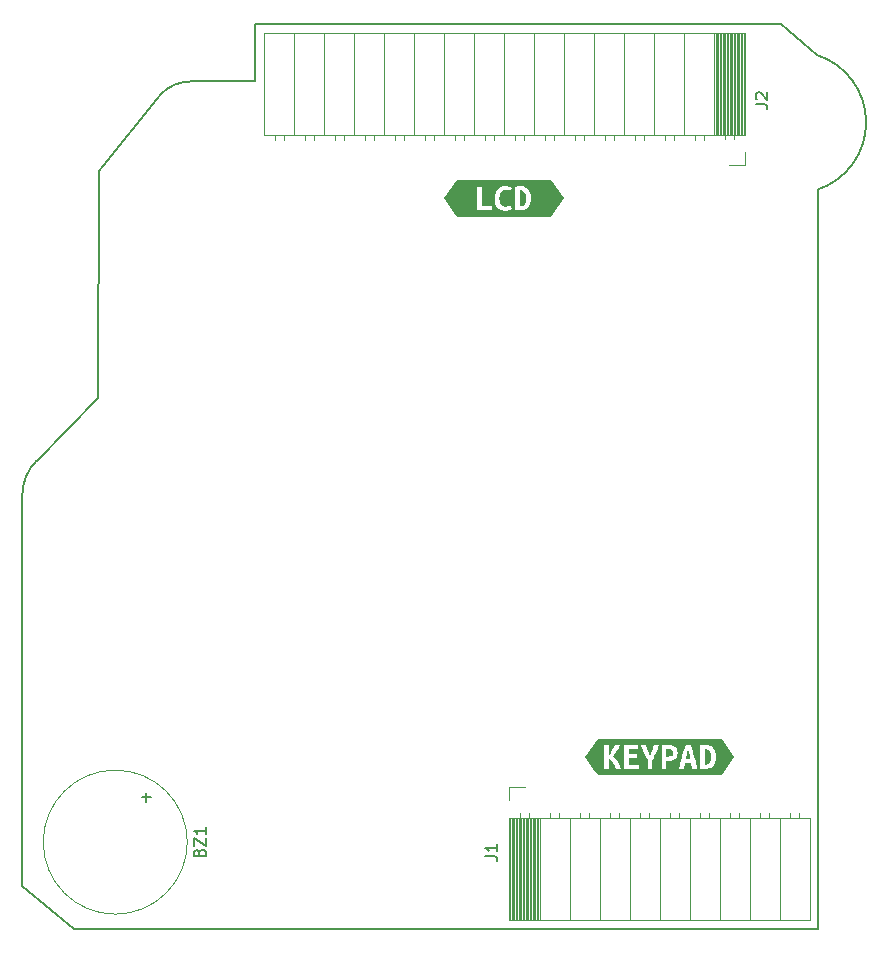
<source format=gbr>
G04 #@! TF.GenerationSoftware,KiCad,Pcbnew,8.0.8+1*
G04 #@! TF.ProjectId,airsoft_bomb_v2,61697273-6f66-4745-9f62-6f6d625f7632,rev?*
G04 #@! TF.SameCoordinates,Original*
G04 #@! TF.FileFunction,Legend,Top*
G04 #@! TF.FilePolarity,Positive*
%FSLAX46Y46*%
G04 Gerber Fmt 4.6, Leading zero omitted, Abs format (unit mm)*
%MOMM*%
%LPD*%
G01*
G04 APERTURE LIST*
G04 #@! TA.AperFunction,Profile*
%ADD10C,0.200000*%
G04 #@! TD*
%ADD11C,0.150000*%
%ADD12C,0.120000*%
%ADD13C,0.000000*%
%ADD14R,1.700000X1.700000*%
%ADD15O,1.700000X1.700000*%
%ADD16R,2.000000X2.000000*%
%ADD17C,2.000000*%
%ADD18C,3.200000*%
%ADD19C,1.600000*%
%ADD20O,1.600000X1.600000*%
%ADD21O,2.108200X4.108200*%
%ADD22C,1.440000*%
%ADD23O,3.600000X1.800000*%
G04 APERTURE END LIST*
D10*
X178890534Y-60866736D02*
X175878500Y-58216800D01*
X116027200Y-134823200D02*
X111607600Y-131216400D01*
X131300000Y-58216800D02*
X131300000Y-63100000D01*
X178890534Y-60866736D02*
G75*
G02*
X178943000Y-72262999I-1827134J-5706664D01*
G01*
X111607601Y-98145600D02*
G75*
G02*
X112827677Y-95200077I4165599J0D01*
G01*
X175878500Y-58216800D02*
X131300000Y-58216800D01*
X118059200Y-89916000D02*
X118100000Y-70700000D01*
X116027200Y-134823200D02*
X178943000Y-134874000D01*
X178943000Y-134874000D02*
X178943000Y-72263000D01*
X123354416Y-64154416D02*
G75*
G02*
X125900000Y-63100001I2545584J-2545584D01*
G01*
X112827676Y-95200076D02*
X118059200Y-89916000D01*
X123354416Y-64154416D02*
X118100000Y-70700000D01*
X131300000Y-63100000D02*
X125900000Y-63100000D01*
X111607600Y-131216400D02*
X111607600Y-98145600D01*
D11*
X150824819Y-128688333D02*
X151539104Y-128688333D01*
X151539104Y-128688333D02*
X151681961Y-128735952D01*
X151681961Y-128735952D02*
X151777200Y-128831190D01*
X151777200Y-128831190D02*
X151824819Y-128974047D01*
X151824819Y-128974047D02*
X151824819Y-129069285D01*
X151824819Y-127688333D02*
X151824819Y-128259761D01*
X151824819Y-127974047D02*
X150824819Y-127974047D01*
X150824819Y-127974047D02*
X150967676Y-128069285D01*
X150967676Y-128069285D02*
X151062914Y-128164523D01*
X151062914Y-128164523D02*
X151110533Y-128259761D01*
X126612609Y-128388952D02*
X126660228Y-128246095D01*
X126660228Y-128246095D02*
X126707847Y-128198476D01*
X126707847Y-128198476D02*
X126803085Y-128150857D01*
X126803085Y-128150857D02*
X126945942Y-128150857D01*
X126945942Y-128150857D02*
X127041180Y-128198476D01*
X127041180Y-128198476D02*
X127088800Y-128246095D01*
X127088800Y-128246095D02*
X127136419Y-128341333D01*
X127136419Y-128341333D02*
X127136419Y-128722285D01*
X127136419Y-128722285D02*
X126136419Y-128722285D01*
X126136419Y-128722285D02*
X126136419Y-128388952D01*
X126136419Y-128388952D02*
X126184038Y-128293714D01*
X126184038Y-128293714D02*
X126231657Y-128246095D01*
X126231657Y-128246095D02*
X126326895Y-128198476D01*
X126326895Y-128198476D02*
X126422133Y-128198476D01*
X126422133Y-128198476D02*
X126517371Y-128246095D01*
X126517371Y-128246095D02*
X126564990Y-128293714D01*
X126564990Y-128293714D02*
X126612609Y-128388952D01*
X126612609Y-128388952D02*
X126612609Y-128722285D01*
X126136419Y-127817523D02*
X126136419Y-127150857D01*
X126136419Y-127150857D02*
X127136419Y-127817523D01*
X127136419Y-127817523D02*
X127136419Y-127150857D01*
X127136419Y-126246095D02*
X127136419Y-126817523D01*
X127136419Y-126531809D02*
X126136419Y-126531809D01*
X126136419Y-126531809D02*
X126279276Y-126627047D01*
X126279276Y-126627047D02*
X126374514Y-126722285D01*
X126374514Y-126722285D02*
X126422133Y-126817523D01*
X122095466Y-124078951D02*
X122095466Y-123317047D01*
X122476419Y-123697999D02*
X121714514Y-123697999D01*
X173694819Y-65028333D02*
X174409104Y-65028333D01*
X174409104Y-65028333D02*
X174551961Y-65075952D01*
X174551961Y-65075952D02*
X174647200Y-65171190D01*
X174647200Y-65171190D02*
X174694819Y-65314047D01*
X174694819Y-65314047D02*
X174694819Y-65409285D01*
X173790057Y-64599761D02*
X173742438Y-64552142D01*
X173742438Y-64552142D02*
X173694819Y-64456904D01*
X173694819Y-64456904D02*
X173694819Y-64218809D01*
X173694819Y-64218809D02*
X173742438Y-64123571D01*
X173742438Y-64123571D02*
X173790057Y-64075952D01*
X173790057Y-64075952D02*
X173885295Y-64028333D01*
X173885295Y-64028333D02*
X173980533Y-64028333D01*
X173980533Y-64028333D02*
X174123390Y-64075952D01*
X174123390Y-64075952D02*
X174694819Y-64647380D01*
X174694819Y-64647380D02*
X174694819Y-64028333D01*
D12*
X152810000Y-122865000D02*
X154140000Y-122865000D01*
X152810000Y-123975000D02*
X152810000Y-122865000D01*
X152810000Y-125435000D02*
X178330000Y-125435000D01*
X152810000Y-134065000D02*
X152810000Y-125435000D01*
X152810000Y-134065000D02*
X178330000Y-134065000D01*
X152930000Y-134065000D02*
X152930000Y-125435000D01*
X153048095Y-134065000D02*
X153048095Y-125435000D01*
X153166190Y-134065000D02*
X153166190Y-125435000D01*
X153284285Y-134065000D02*
X153284285Y-125435000D01*
X153402380Y-134065000D02*
X153402380Y-125435000D01*
X153520475Y-134065000D02*
X153520475Y-125435000D01*
X153638570Y-134065000D02*
X153638570Y-125435000D01*
X153756665Y-134065000D02*
X153756665Y-125435000D01*
X153780000Y-125435000D02*
X153780000Y-125085000D01*
X153874760Y-134065000D02*
X153874760Y-125435000D01*
X153992855Y-134065000D02*
X153992855Y-125435000D01*
X154110950Y-134065000D02*
X154110950Y-125435000D01*
X154229045Y-134065000D02*
X154229045Y-125435000D01*
X154347140Y-134065000D02*
X154347140Y-125435000D01*
X154465235Y-134065000D02*
X154465235Y-125435000D01*
X154500000Y-125435000D02*
X154500000Y-125085000D01*
X154583330Y-134065000D02*
X154583330Y-125435000D01*
X154701425Y-134065000D02*
X154701425Y-125435000D01*
X154819520Y-134065000D02*
X154819520Y-125435000D01*
X154937615Y-134065000D02*
X154937615Y-125435000D01*
X155055710Y-134065000D02*
X155055710Y-125435000D01*
X155173805Y-134065000D02*
X155173805Y-125435000D01*
X155291900Y-134065000D02*
X155291900Y-125435000D01*
X155410000Y-134065000D02*
X155410000Y-125435000D01*
X156320000Y-125435000D02*
X156320000Y-125025000D01*
X157040000Y-125435000D02*
X157040000Y-125025000D01*
X157950000Y-134065000D02*
X157950000Y-125435000D01*
X158860000Y-125435000D02*
X158860000Y-125025000D01*
X159580000Y-125435000D02*
X159580000Y-125025000D01*
X160490000Y-134065000D02*
X160490000Y-125435000D01*
X161400000Y-125435000D02*
X161400000Y-125025000D01*
X162120000Y-125435000D02*
X162120000Y-125025000D01*
X163030000Y-134065000D02*
X163030000Y-125435000D01*
X163940000Y-125435000D02*
X163940000Y-125025000D01*
X164660000Y-125435000D02*
X164660000Y-125025000D01*
X165570000Y-134065000D02*
X165570000Y-125435000D01*
X166480000Y-125435000D02*
X166480000Y-125025000D01*
X167200000Y-125435000D02*
X167200000Y-125025000D01*
X168110000Y-134065000D02*
X168110000Y-125435000D01*
X169020000Y-125435000D02*
X169020000Y-125025000D01*
X169740000Y-125435000D02*
X169740000Y-125025000D01*
X170650000Y-134065000D02*
X170650000Y-125435000D01*
X171560000Y-125435000D02*
X171560000Y-125025000D01*
X172280000Y-125435000D02*
X172280000Y-125025000D01*
X173190000Y-134065000D02*
X173190000Y-125435000D01*
X174100000Y-125435000D02*
X174100000Y-125025000D01*
X174820000Y-125435000D02*
X174820000Y-125025000D01*
X175730000Y-134065000D02*
X175730000Y-125435000D01*
X176640000Y-125435000D02*
X176640000Y-125025000D01*
X177360000Y-125435000D02*
X177360000Y-125025000D01*
X178330000Y-134065000D02*
X178330000Y-125435000D01*
X125581600Y-127508000D02*
G75*
G02*
X113381600Y-127508000I-6100000J0D01*
G01*
X113381600Y-127508000D02*
G75*
G02*
X125581600Y-127508000I6100000J0D01*
G01*
X132040000Y-58985000D02*
X132040000Y-67615000D01*
X133010000Y-67615000D02*
X133010000Y-68025000D01*
X133730000Y-67615000D02*
X133730000Y-68025000D01*
X134640000Y-58985000D02*
X134640000Y-67615000D01*
X135550000Y-67615000D02*
X135550000Y-68025000D01*
X136270000Y-67615000D02*
X136270000Y-68025000D01*
X137180000Y-58985000D02*
X137180000Y-67615000D01*
X138090000Y-67615000D02*
X138090000Y-68025000D01*
X138810000Y-67615000D02*
X138810000Y-68025000D01*
X139720000Y-58985000D02*
X139720000Y-67615000D01*
X140630000Y-67615000D02*
X140630000Y-68025000D01*
X141350000Y-67615000D02*
X141350000Y-68025000D01*
X142260000Y-58985000D02*
X142260000Y-67615000D01*
X143170000Y-67615000D02*
X143170000Y-68025000D01*
X143890000Y-67615000D02*
X143890000Y-68025000D01*
X144800000Y-58985000D02*
X144800000Y-67615000D01*
X145710000Y-67615000D02*
X145710000Y-68025000D01*
X146430000Y-67615000D02*
X146430000Y-68025000D01*
X147340000Y-58985000D02*
X147340000Y-67615000D01*
X148250000Y-67615000D02*
X148250000Y-68025000D01*
X148970000Y-67615000D02*
X148970000Y-68025000D01*
X149880000Y-58985000D02*
X149880000Y-67615000D01*
X150790000Y-67615000D02*
X150790000Y-68025000D01*
X151510000Y-67615000D02*
X151510000Y-68025000D01*
X152420000Y-58985000D02*
X152420000Y-67615000D01*
X153330000Y-67615000D02*
X153330000Y-68025000D01*
X154050000Y-67615000D02*
X154050000Y-68025000D01*
X154960000Y-58985000D02*
X154960000Y-67615000D01*
X155870000Y-67615000D02*
X155870000Y-68025000D01*
X156590000Y-67615000D02*
X156590000Y-68025000D01*
X157500000Y-58985000D02*
X157500000Y-67615000D01*
X158410000Y-67615000D02*
X158410000Y-68025000D01*
X159130000Y-67615000D02*
X159130000Y-68025000D01*
X160040000Y-58985000D02*
X160040000Y-67615000D01*
X160950000Y-67615000D02*
X160950000Y-68025000D01*
X161670000Y-67615000D02*
X161670000Y-68025000D01*
X162580000Y-58985000D02*
X162580000Y-67615000D01*
X163490000Y-67615000D02*
X163490000Y-68025000D01*
X164210000Y-67615000D02*
X164210000Y-68025000D01*
X165120000Y-58985000D02*
X165120000Y-67615000D01*
X166030000Y-67615000D02*
X166030000Y-68025000D01*
X166750000Y-67615000D02*
X166750000Y-68025000D01*
X167660000Y-58985000D02*
X167660000Y-67615000D01*
X168570000Y-67615000D02*
X168570000Y-68025000D01*
X169290000Y-67615000D02*
X169290000Y-68025000D01*
X170200000Y-58985000D02*
X170200000Y-67615000D01*
X170318100Y-58985000D02*
X170318100Y-67615000D01*
X170436195Y-58985000D02*
X170436195Y-67615000D01*
X170554290Y-58985000D02*
X170554290Y-67615000D01*
X170672385Y-58985000D02*
X170672385Y-67615000D01*
X170790480Y-58985000D02*
X170790480Y-67615000D01*
X170908575Y-58985000D02*
X170908575Y-67615000D01*
X171026670Y-58985000D02*
X171026670Y-67615000D01*
X171110000Y-67615000D02*
X171110000Y-67965000D01*
X171144765Y-58985000D02*
X171144765Y-67615000D01*
X171262860Y-58985000D02*
X171262860Y-67615000D01*
X171380955Y-58985000D02*
X171380955Y-67615000D01*
X171499050Y-58985000D02*
X171499050Y-67615000D01*
X171617145Y-58985000D02*
X171617145Y-67615000D01*
X171735240Y-58985000D02*
X171735240Y-67615000D01*
X171830000Y-67615000D02*
X171830000Y-67965000D01*
X171853335Y-58985000D02*
X171853335Y-67615000D01*
X171971430Y-58985000D02*
X171971430Y-67615000D01*
X172089525Y-58985000D02*
X172089525Y-67615000D01*
X172207620Y-58985000D02*
X172207620Y-67615000D01*
X172325715Y-58985000D02*
X172325715Y-67615000D01*
X172443810Y-58985000D02*
X172443810Y-67615000D01*
X172561905Y-58985000D02*
X172561905Y-67615000D01*
X172680000Y-58985000D02*
X172680000Y-67615000D01*
X172800000Y-58985000D02*
X132040000Y-58985000D01*
X172800000Y-58985000D02*
X172800000Y-67615000D01*
X172800000Y-67615000D02*
X132040000Y-67615000D01*
X172800000Y-69075000D02*
X172800000Y-70185000D01*
X172800000Y-70185000D02*
X171470000Y-70185000D01*
D13*
G36*
X154041357Y-72381260D02*
G01*
X154173829Y-72531502D01*
X154241680Y-72747981D01*
X154261066Y-73000000D01*
X154255008Y-73142569D01*
X154236834Y-73273021D01*
X154156058Y-73487884D01*
X154007431Y-73630048D01*
X153779645Y-73681745D01*
X153744103Y-73681745D01*
X153708562Y-73678514D01*
X153708562Y-72334410D01*
X153766721Y-72326333D01*
X153824879Y-72324717D01*
X154041357Y-72381260D01*
G37*
G36*
X157454748Y-73000000D02*
G01*
X156400000Y-74582122D01*
X155861497Y-74582122D01*
X153737641Y-74582122D01*
X152477544Y-74582122D01*
X151391922Y-74582122D01*
X148938503Y-74582122D01*
X148400000Y-74582122D01*
X148012996Y-74001616D01*
X150135057Y-74001616D01*
X151391922Y-74001616D01*
X151391922Y-73672052D01*
X150535703Y-73672052D01*
X150535703Y-73000000D01*
X151608401Y-73000000D01*
X151622334Y-73236066D01*
X151664136Y-73443457D01*
X151733805Y-73622173D01*
X151831341Y-73772213D01*
X152002226Y-73922994D01*
X152217627Y-74013463D01*
X152477544Y-74043619D01*
X152654039Y-74032714D01*
X152808724Y-74000000D01*
X153036511Y-73904685D01*
X152936349Y-73591276D01*
X152773183Y-73662359D01*
X152516317Y-73697900D01*
X152285703Y-73652262D01*
X152130210Y-73515347D01*
X152064692Y-73375875D01*
X152025381Y-73200862D01*
X152012278Y-72990307D01*
X152023183Y-72809370D01*
X152055897Y-72660743D01*
X152168982Y-72449111D01*
X152327302Y-72336026D01*
X152509855Y-72302100D01*
X152750565Y-72336026D01*
X152929887Y-72418417D01*
X153033279Y-72101777D01*
X152967044Y-72063005D01*
X152887669Y-72027464D01*
X153311147Y-72027464D01*
X153311147Y-73978998D01*
X153529241Y-74016155D01*
X153737641Y-74027464D01*
X153932714Y-74013328D01*
X154110824Y-73970921D01*
X154268740Y-73897819D01*
X154403231Y-73791599D01*
X154512682Y-73650646D01*
X154595477Y-73473344D01*
X154647577Y-73257270D01*
X154664943Y-73000000D01*
X154649192Y-72748384D01*
X154601939Y-72536349D01*
X154526414Y-72361066D01*
X154425848Y-72219709D01*
X154300242Y-72111874D01*
X154149596Y-72037157D01*
X153977948Y-71993538D01*
X153789338Y-71978998D01*
X153566397Y-71988691D01*
X153311147Y-72027464D01*
X152887669Y-72027464D01*
X152858805Y-72014540D01*
X152708562Y-71974152D01*
X152516317Y-71956381D01*
X152326898Y-71973748D01*
X152152827Y-72025848D01*
X151997738Y-72111470D01*
X151865267Y-72229402D01*
X151757431Y-72378433D01*
X151676252Y-72557351D01*
X151625363Y-72764943D01*
X151608401Y-73000000D01*
X150535703Y-73000000D01*
X150535703Y-72001616D01*
X150135057Y-72001616D01*
X150135057Y-74001616D01*
X148012996Y-74001616D01*
X147345252Y-73000000D01*
X148400000Y-71417878D01*
X148938503Y-71417878D01*
X155861497Y-71417878D01*
X156400000Y-71417878D01*
X157454748Y-73000000D01*
G37*
G36*
X168050727Y-119900969D02*
G01*
X168102423Y-120101292D01*
X168146042Y-120300000D01*
X168184814Y-120506785D01*
X167793861Y-120506785D01*
X167834249Y-120300000D01*
X167879483Y-120101292D01*
X167931179Y-119900969D01*
X167990953Y-119686107D01*
X168050727Y-119900969D01*
G37*
G36*
X166482472Y-119639661D02*
G01*
X166593538Y-119694184D01*
X166665024Y-119792326D01*
X166688853Y-119941357D01*
X166664620Y-120098465D01*
X166591922Y-120201454D01*
X166471567Y-120258401D01*
X166304362Y-120277383D01*
X166142811Y-120277383D01*
X166142811Y-119631179D01*
X166241357Y-119623102D01*
X166339903Y-119621486D01*
X166482472Y-119639661D01*
G37*
G36*
X169706624Y-119678029D02*
G01*
X169839095Y-119828271D01*
X169906947Y-120044750D01*
X169926333Y-120296769D01*
X169920275Y-120439338D01*
X169902100Y-120569790D01*
X169821325Y-120784653D01*
X169672698Y-120926817D01*
X169444911Y-120978514D01*
X169409370Y-120978514D01*
X169373829Y-120975283D01*
X169373829Y-119631179D01*
X169431987Y-119623102D01*
X169490145Y-119621486D01*
X169706624Y-119678029D01*
G37*
G36*
X171910537Y-120300000D02*
G01*
X170868713Y-121862736D01*
X170330210Y-121862736D01*
X169402908Y-121862736D01*
X168346365Y-121862736D01*
X166142811Y-121862736D01*
X164966721Y-121862736D01*
X162543457Y-121862736D01*
X161855250Y-121862736D01*
X160869790Y-121862736D01*
X160331287Y-121862736D01*
X159955052Y-121298384D01*
X160869790Y-121298384D01*
X161267205Y-121298384D01*
X161267205Y-120384006D01*
X161436834Y-120566559D01*
X161523667Y-120678837D01*
X161606462Y-120799192D01*
X161683603Y-120925202D01*
X161753473Y-121054443D01*
X161855250Y-121298384D01*
X162304362Y-121298384D01*
X162543457Y-121298384D01*
X163826171Y-121298384D01*
X163826171Y-120968821D01*
X162940872Y-120968821D01*
X162940872Y-120406624D01*
X163648465Y-120406624D01*
X163648465Y-120077060D01*
X162940872Y-120077060D01*
X162940872Y-119627948D01*
X163755089Y-119627948D01*
X163755089Y-119298384D01*
X163997415Y-119298384D01*
X164080524Y-119514683D01*
X164166146Y-119724161D01*
X164254281Y-119926817D01*
X164348519Y-120127679D01*
X164452450Y-120331772D01*
X164566074Y-120539095D01*
X164566074Y-121298384D01*
X164966721Y-121298384D01*
X164966721Y-120535864D01*
X165053958Y-120379564D01*
X165134733Y-120227302D01*
X165209855Y-120076656D01*
X165280129Y-119925202D01*
X165346365Y-119772536D01*
X165409370Y-119618255D01*
X165470759Y-119460743D01*
X165522375Y-119324233D01*
X165745396Y-119324233D01*
X165745396Y-121298384D01*
X166142811Y-121298384D01*
X167215509Y-121298384D01*
X167629079Y-121298384D01*
X167719548Y-120836349D01*
X168252666Y-120836349D01*
X168346365Y-121298384D01*
X168772859Y-121298384D01*
X168719548Y-121071632D01*
X168665590Y-120851470D01*
X168610985Y-120637900D01*
X168555735Y-120430921D01*
X168499838Y-120230533D01*
X168429463Y-119987500D01*
X168358885Y-119751131D01*
X168288106Y-119521426D01*
X168225350Y-119324233D01*
X168976414Y-119324233D01*
X168976414Y-121275767D01*
X169194507Y-121312924D01*
X169402908Y-121324233D01*
X169597981Y-121310097D01*
X169776090Y-121267690D01*
X169934006Y-121194588D01*
X170068498Y-121088368D01*
X170177948Y-120947415D01*
X170260743Y-120770113D01*
X170312843Y-120554039D01*
X170330210Y-120296769D01*
X170314459Y-120045153D01*
X170267205Y-119833118D01*
X170191680Y-119657835D01*
X170091115Y-119516478D01*
X169965509Y-119408643D01*
X169814863Y-119333926D01*
X169643215Y-119290307D01*
X169454604Y-119275767D01*
X169231664Y-119285460D01*
X168976414Y-119324233D01*
X168225350Y-119324233D01*
X168217124Y-119298384D01*
X167784168Y-119298384D01*
X167715711Y-119519608D01*
X167646042Y-119747092D01*
X167575162Y-119980836D01*
X167503069Y-120220840D01*
X167445040Y-120419548D01*
X167387270Y-120626656D01*
X167329758Y-120842165D01*
X167272504Y-121066074D01*
X167215509Y-121298384D01*
X166142811Y-121298384D01*
X166142811Y-120623102D01*
X166284976Y-120623102D01*
X166523892Y-120605331D01*
X166723676Y-120552019D01*
X166884330Y-120463166D01*
X167001903Y-120334464D01*
X167072447Y-120161605D01*
X167095961Y-119944588D01*
X167072626Y-119729725D01*
X167002621Y-119559020D01*
X166885945Y-119432472D01*
X166726907Y-119345414D01*
X166529815Y-119293179D01*
X166294669Y-119275767D01*
X166168659Y-119278998D01*
X166023263Y-119287076D01*
X165876252Y-119301616D01*
X165745396Y-119324233D01*
X165522375Y-119324233D01*
X165532149Y-119298384D01*
X165121809Y-119298384D01*
X165042649Y-119531018D01*
X164998223Y-119659451D01*
X164952181Y-119786268D01*
X164858481Y-120025363D01*
X164776090Y-120212763D01*
X164680775Y-120002342D01*
X164588691Y-119771729D01*
X164502262Y-119533037D01*
X164423910Y-119298384D01*
X163997415Y-119298384D01*
X163755089Y-119298384D01*
X162543457Y-119298384D01*
X162543457Y-121298384D01*
X162304362Y-121298384D01*
X162251858Y-121154200D01*
X162184814Y-121005977D01*
X162106058Y-120857351D01*
X162018417Y-120711955D01*
X161923506Y-120572617D01*
X161822940Y-120442165D01*
X161720355Y-120323425D01*
X161619386Y-120219225D01*
X161717528Y-120100485D01*
X161811632Y-119976898D01*
X161900889Y-119852100D01*
X161984491Y-119729725D01*
X162060824Y-119610985D01*
X162128271Y-119497092D01*
X162236511Y-119298384D01*
X161787399Y-119298384D01*
X161690468Y-119492246D01*
X161562843Y-119708724D01*
X161415832Y-119928433D01*
X161267205Y-120128756D01*
X161267205Y-119298384D01*
X160869790Y-119298384D01*
X160869790Y-121298384D01*
X159955052Y-121298384D01*
X159289463Y-120300000D01*
X160331287Y-118737264D01*
X160869790Y-118737264D01*
X170330210Y-118737264D01*
X170868713Y-118737264D01*
X171910537Y-120300000D01*
G37*
%LPC*%
D14*
X154140000Y-123975000D03*
D15*
X156680000Y-123975000D03*
X159220000Y-123975000D03*
X161760000Y-123975000D03*
X164300000Y-123975000D03*
X166840000Y-123975000D03*
X169380000Y-123975000D03*
X171920000Y-123975000D03*
X174460000Y-123975000D03*
X177000000Y-123975000D03*
D16*
X119481600Y-123708000D03*
D17*
X119481600Y-131308000D03*
D14*
X171470000Y-69075000D03*
D15*
X168930000Y-69075000D03*
X166390000Y-69075000D03*
X163850000Y-69075000D03*
X161310000Y-69075000D03*
X158770000Y-69075000D03*
X156230000Y-69075000D03*
X153690000Y-69075000D03*
X151150000Y-69075000D03*
X148610000Y-69075000D03*
X146070000Y-69075000D03*
X143530000Y-69075000D03*
X140990000Y-69075000D03*
X138450000Y-69075000D03*
X135910000Y-69075000D03*
X133370000Y-69075000D03*
D18*
X115773200Y-98196400D03*
D16*
X129604000Y-80301600D03*
D17*
X124604000Y-83801600D03*
D16*
X123211600Y-112324000D03*
D17*
X118211600Y-115824000D03*
D18*
X177063400Y-66573400D03*
D19*
X133553200Y-87122000D03*
D20*
X133553200Y-79502000D03*
D21*
X158490000Y-84344000D03*
X161030000Y-84344000D03*
X163570000Y-84344000D03*
X166110000Y-84344000D03*
X171190000Y-84344000D03*
X168650000Y-84344000D03*
X176270000Y-101584000D03*
X176270000Y-84344000D03*
X173730000Y-101584000D03*
X171190000Y-101584000D03*
X168650000Y-101584000D03*
X166110000Y-101584000D03*
X163570000Y-101584000D03*
X161030000Y-101584000D03*
X158490000Y-101584000D03*
X173730000Y-84344000D03*
D18*
X125831600Y-66751200D03*
D22*
X132732600Y-74015600D03*
X135272600Y-74015600D03*
X137812600Y-74015600D03*
D16*
X145224000Y-123473200D03*
D17*
X148724000Y-128473200D03*
G36*
G01*
X172567000Y-112130000D02*
X175667000Y-112130000D01*
G75*
G02*
X175917000Y-112380000I0J-250000D01*
G01*
X175917000Y-113680000D01*
G75*
G02*
X175667000Y-113930000I-250000J0D01*
G01*
X172567000Y-113930000D01*
G75*
G02*
X172317000Y-113680000I0J250000D01*
G01*
X172317000Y-112380000D01*
G75*
G02*
X172567000Y-112130000I250000J0D01*
G01*
G37*
D23*
X174117000Y-116530000D03*
%LPD*%
M02*

</source>
